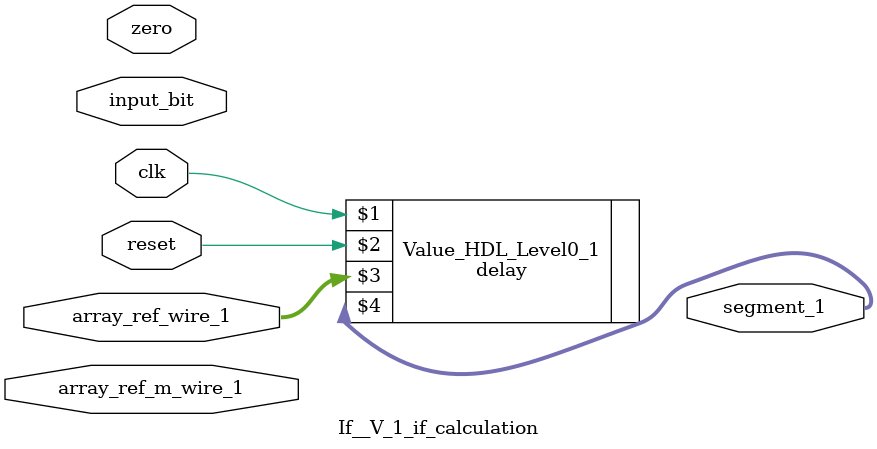
<source format=v>
module If__V_1_if_calculation(input [31:0]input_bit, input [31:0]zero, input [31:0]array_ref_wire_1, input [31:0]array_ref_m_wire_1, output [31:0]segment_1, input clk, input reset);



	//Proceed with segment_1 = delay(array_ref_wire_1) 
	wire [31:0]segment_1;
	delay Value_HDL_Level0_1 ( clk, reset, array_ref_wire_1, segment_1);




endmodule

</source>
